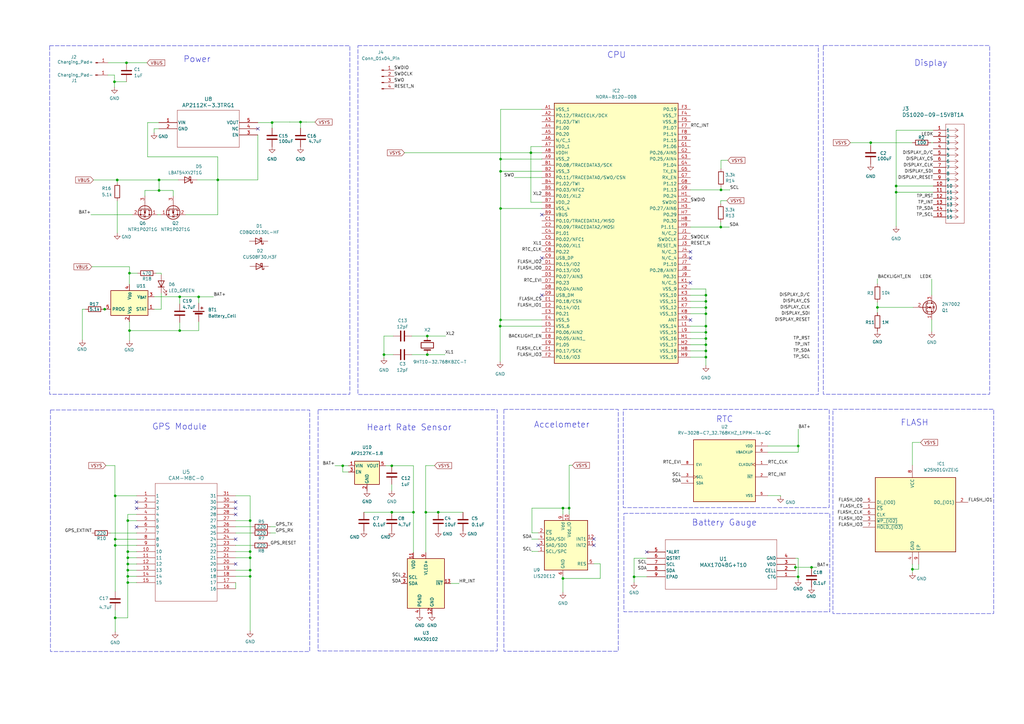
<source format=kicad_sch>
(kicad_sch (version 20230121) (generator eeschema)
  (paper "A3")
  (title_block (title "Smartwatch Schematic") (date "2023-10-28") (rev "v2"))
  (junction (at 47.2329 223.7031))
  (junction (at 367.5373 76.2908))
  (junction (at 102.584 236.3947))
  (junction (at 52.4175 228.777))
  (junction (at 157.4826 145.445))
  (junction (at 175.2626 137.825))
  (junction (at 102.584 226.2347))
  (junction (at 295.6278 93.1311))
  (junction (at 179.7412 210.0967))
  (junction (at 205.304 131.2311))
  (junction (at 42.921 126.8147))
  (junction (at 327.3917 182.9258))
  (junction (at 52.4175 238.9341))
  (junction (at 65.2339 78.1186))
  (junction (at 357.1165 58.507))
  (junction (at 52.4175 231.3298))
  (junction (at 359.87 126.0912))
  (junction (at 73.7031 121.7347))
  (junction (at 160.6912 210.0967))
  (junction (at 289.5231 121.0711))
  (junction (at 89.3323 73.7872))
  (junction (at 205.304 70.2711))
  (junction (at 289.5231 138.8511))
  (junction (at 47.2329 203.3753))
  (junction (at 289.5231 133.7711))
  (junction (at 289.5231 146.4711))
  (junction (at 47.2329 221.1637))
  (junction (at 332.8492 232.6946))
  (junction (at 205.304 85.5111))
  (junction (at 102.584 228.7747))
  (junction (at 73.7031 135.5924))
  (junction (at 175.2626 145.445))
  (junction (at 52.4175 236.3947))
  (junction (at 326.25 232.6946))
  (junction (at 289.5231 136.3111))
  (junction (at 367.5373 78.8308))
  (junction (at 51.8863 25.7527))
  (junction (at 169.5812 210.0967))
  (junction (at 123.2581 50.0511))
  (junction (at 52.4175 213.5296))
  (junction (at 53.1214 135.5924))
  (junction (at 205.1275 133.7711))
  (junction (at 160.6912 191.0467))
  (junction (at 230.8869 237.2545))
  (junction (at 102.584 233.8547))
  (junction (at 260.057 236.5837))
  (junction (at 81.4725 121.7625))
  (junction (at 65.2339 73.816))
  (junction (at 289.5231 123.6111))
  (junction (at 47.2329 253.4178))
  (junction (at 111.5921 50.2693))
  (junction (at 230.8835 208.3972))
  (junction (at 52.4175 226.251))
  (junction (at 374.2384 233.4676))
  (junction (at 233.4235 208.3972))
  (junction (at 289.5231 141.3911))
  (junction (at 289.5231 143.9311))
  (junction (at 327.3416 236.5691))
  (junction (at 140.5566 191.0416))
  (junction (at 102.584 213.5347))
  (junction (at 46.9533 33.5473))
  (junction (at 174.6612 210.0967))
  (junction (at 289.5231 126.1511))
  (junction (at 205.304 65.2455))
  (junction (at 295.7126 77.8911))
  (junction (at 53.1035 112.0283))
  (junction (at 52.4175 233.8547))
  (junction (at 289.5231 128.6911))
  (junction (at 217.7512 62.6511))
  (junction (at 48.0822 73.816))
  (no_connect (at 222.2427 121.0711))
  (no_connect (at 96.6494 208.4547))
  (no_connect (at 96.6494 210.9947))
  (no_connect (at 265.29 226.407))
  (no_connect (at 243.5835 221.0972))
  (no_connect (at 96.6494 231.3147))
  (no_connect (at 222.2427 88.0511))
  (no_connect (at 56.0094 205.9147))
  (no_connect (at 56.0094 216.0747))
  (no_connect (at 220.7235 223.6372))
  (no_connect (at 96.6494 205.9147))
  (no_connect (at 283.2027 103.2911))
  (no_connect (at 283.2027 105.8311))
  (no_connect (at 283.2027 115.9911))
  (no_connect (at 283.2027 131.2311))
  (no_connect (at 222.2427 105.8311))
  (no_connect (at 105.7626 52.8093))
  (no_connect (at 56.0094 208.4547))
  (no_connect (at 96.6494 221.1547))
  (no_connect (at 243.5835 223.6372))
  (wire (pts (xy 80.786 73.7872) (xy 89.3323 73.7872)))
  (wire (pts (xy 137.3717 191.0416) (xy 140.5566 191.0416)))
  (wire (pts (xy 53.1214 135.5924) (xy 73.7031 135.5924)))
  (wire (pts (xy 295.6278 82.3016) (xy 295.6278 83.4935)))
  (wire (pts (xy 96.6494 216.0708) (xy 96.6494 216.0747)))
  (wire (pts (xy 283.2027 118.5311) (xy 289.5231 118.5311)))
  (wire (pts (xy 53.1214 135.5924) (xy 53.1075 135.5924)))
  (wire (pts (xy 102.584 233.8547) (xy 102.584 228.7747)))
  (wire (pts (xy 56.0094 213.5296) (xy 56.0094 213.5347)))
  (wire (pts (xy 47.1448 203.3753) (xy 47.2329 203.3753)))
  (wire (pts (xy 47.2329 242.6185) (xy 47.2329 223.7031)))
  (wire (pts (xy 335.0235 232.6946) (xy 332.8492 232.6946)))
  (wire (pts (xy 110.9181 218.6) (xy 112.9931 218.6)))
  (wire (pts (xy 295.6278 93.1311) (xy 299.1879 93.1311)))
  (wire (pts (xy 73.166 73.7872) (xy 65.2339 73.7872)))
  (wire (pts (xy 376.7609 233.4676) (xy 374.2384 233.4676)))
  (wire (pts (xy 52.4175 226.251) (xy 56.0094 226.251)))
  (wire (pts (xy 283.2027 133.7711) (xy 289.5231 133.7711)))
  (wire (pts (xy 52.4175 233.8547) (xy 56.0094 233.8547)))
  (wire (pts (xy 168.9126 145.445) (xy 175.2626 145.445)))
  (wire (pts (xy 53.1035 109.4359) (xy 53.1035 112.0283)))
  (wire (pts (xy 182.3886 145.4417) (xy 182.3886 145.445)))
  (wire (pts (xy 289.5231 141.3911) (xy 289.5231 143.9311)))
  (wire (pts (xy 52.4175 231.3298) (xy 56.0094 231.3298)))
  (wire (pts (xy 174.5558 210.0967) (xy 174.6612 210.0967)))
  (wire (pts (xy 47.2329 221.1637) (xy 47.2329 203.3753)))
  (wire (pts (xy 96.6494 223.7097) (xy 96.6494 223.6947)))
  (wire (pts (xy 359.87 126.0912) (xy 374.5405 126.0912)))
  (wire (pts (xy 182.5156 145.4417) (xy 182.3886 145.4417)))
  (wire (pts (xy 289.5231 133.7711) (xy 289.5231 136.3111)))
  (wire (pts (xy 289.5231 128.6911) (xy 289.5231 133.7711)))
  (wire (pts (xy 59.4443 80.4148) (xy 59.4443 78.1186)))
  (wire (pts (xy 46.9533 30.784) (xy 46.9533 33.5473)))
  (wire (pts (xy 63.1977 52.8093) (xy 63.1977 54.4293)))
  (wire (pts (xy 165.9027 62.6638) (xy 165.9027 62.6511)))
  (wire (pts (xy 374.2384 234.8353) (xy 374.2384 233.4676)))
  (wire (pts (xy 65.2339 78.1186) (xy 71.0248 78.1186)))
  (wire (pts (xy 47.2329 253.4178) (xy 47.2329 259.1497)))
  (wire (pts (xy 89.3323 88.0341) (xy 89.3323 73.7872)))
  (wire (pts (xy 374.2209 181.4734) (xy 374.2209 190.7936)))
  (wire (pts (xy 222.2427 65.2455) (xy 222.2427 65.1911)))
  (wire (pts (xy 123.2581 50.0511) (xy 125.643 50.0511)))
  (wire (pts (xy 81.5009 135.5924) (xy 81.5009 131.9236)))
  (wire (pts (xy 218.1835 218.5572) (xy 218.1835 208.3972)))
  (wire (pts (xy 289.5231 146.4711) (xy 289.5231 149.8927)))
  (wire (pts (xy 179.7412 210.0967) (xy 189.9012 210.0967)))
  (wire (pts (xy 218.2068 226.1772) (xy 220.7235 226.1772)))
  (wire (pts (xy 165.9027 62.6511) (xy 217.7512 62.6511)))
  (wire (pts (xy 217.7512 62.6511) (xy 217.7512 82.9711)))
  (wire (pts (xy 233.4235 190.8528) (xy 234.7505 190.8528)))
  (wire (pts (xy 222.2427 82.9711) (xy 217.7512 82.9711)))
  (wire (pts (xy 64.5243 88.0341) (xy 64.5243 88.0348)))
  (wire (pts (xy 56.0094 223.7031) (xy 56.0094 223.6947)))
  (wire (pts (xy 230.8584 237.2545) (xy 230.8584 236.3372)))
  (wire (pts (xy 34.9993 126.8146) (xy 34.9993 126.8229)))
  (wire (pts (xy 233.4235 208.3972) (xy 233.4235 210.9372)))
  (wire (pts (xy 220.7235 218.5572) (xy 218.1835 218.5572)))
  (wire (pts (xy 246.1821 231.2572) (xy 246.1821 237.2545)))
  (wire (pts (xy 283.2027 121.0711) (xy 289.5231 121.0711)))
  (wire (pts (xy 381.8331 58.507) (xy 382.7773 58.507)))
  (wire (pts (xy 222.2427 131.2311) (xy 205.304 131.2311)))
  (wire (pts (xy 65.2339 73.7872) (xy 65.2339 73.816)))
  (wire (pts (xy 289.5231 146.4711) (xy 283.2027 146.4711)))
  (wire (pts (xy 289.5231 141.3911) (xy 283.2027 141.3911)))
  (wire (pts (xy 38.3193 73.816) (xy 48.0822 73.816)))
  (wire (pts (xy 43.3994 190.9379) (xy 47.1448 190.9379)))
  (wire (pts (xy 289.5231 143.9311) (xy 289.5231 146.4711)))
  (wire (pts (xy 46.9533 30.784) (xy 44.2327 30.784)))
  (wire (pts (xy 37.2799 88.0614) (xy 47.1441 88.0614)))
  (wire (pts (xy 289.5231 143.9311) (xy 283.2027 143.9311)))
  (wire (pts (xy 327.3416 236.5691) (xy 327.3416 237.7107)))
  (wire (pts (xy 73.7031 132.2761) (xy 73.7031 135.5924)))
  (wire (pts (xy 382.1492 131.1712) (xy 382.1605 131.1712)))
  (wire (pts (xy 48.0822 73.816) (xy 65.2339 73.816)))
  (wire (pts (xy 295.6278 93.1311) (xy 283.2027 93.1311)))
  (wire (pts (xy 53.1035 112.0283) (xy 56.4132 112.0283)))
  (wire (pts (xy 56.0094 203.3753) (xy 56.0094 203.3747)))
  (wire (pts (xy 326.25 232.6946) (xy 326.25 234.027)))
  (wire (pts (xy 289.5231 123.6111) (xy 289.5231 126.1511)))
  (wire (pts (xy 314.9205 185.4658) (xy 327.3917 185.4658)))
  (wire (pts (xy 283.2027 128.6911) (xy 289.5231 128.6911)))
  (wire (pts (xy 205.304 65.2455) (xy 222.2427 65.2455)))
  (wire (pts (xy 112.9931 218.6) (xy 112.9931 218.6102)))
  (wire (pts (xy 382.7773 78.8308) (xy 367.5373 78.8308)))
  (wire (pts (xy 66.104 112.0283) (xy 66.104 112.6371)))
  (wire (pts (xy 52.4175 231.3298) (xy 52.4175 233.8547)))
  (wire (pts (xy 205.1275 131.2311) (xy 205.1275 133.7711)))
  (wire (pts (xy 52.4175 228.777) (xy 52.4175 231.3298)))
  (wire (pts (xy 367.5373 78.8308) (xy 367.5373 92.8008)))
  (wire (pts (xy 357.1165 59.6359) (xy 357.0863 59.6359)))
  (wire (pts (xy 102.584 213.5347) (xy 102.584 203.3747)))
  (wire (pts (xy 48.0896 95.5828) (xy 48.0896 82.4035)))
  (wire (pts (xy 218.2068 226.1845) (xy 218.2068 226.1772)))
  (wire (pts (xy 222.2427 133.7711) (xy 205.1275 133.7711)))
  (wire (pts (xy 52.4175 238.9341) (xy 52.4175 253.4178)))
  (wire (pts (xy 327.3917 185.4658) (xy 327.3917 182.9258)))
  (wire (pts (xy 374.2384 231.4336) (xy 374.2209 231.4336)))
  (wire (pts (xy 332.8492 233.1259) (xy 332.843 233.1259)))
  (wire (pts (xy 52.4175 233.8547) (xy 52.4175 236.3947)))
  (wire (pts (xy 56.0094 221.1637) (xy 56.0094 221.1547)))
  (wire (pts (xy 123.2581 50.0511) (xy 123.2581 52.5695)))
  (wire (pts (xy 118.8289 50.0511) (xy 123.2581 50.0511)))
  (wire (pts (xy 218.0798 226.1845) (xy 218.2068 226.1845)))
  (wire (pts (xy 160.6912 201.2067) (xy 160.6912 198.6667)))
  (wire (pts (xy 233.4235 190.8528) (xy 233.4235 208.3972)))
  (wire (pts (xy 260.057 236.5837) (xy 265.29 236.5837)))
  (wire (pts (xy 314.9205 203.2458) (xy 320.1285 203.2458)))
  (wire (pts (xy 47.2329 223.7031) (xy 56.0094 223.7031)))
  (wire (pts (xy 332.8492 232.6946) (xy 332.8492 233.1259)))
  (wire (pts (xy 60.5215 64.3377) (xy 89.3323 64.3377)))
  (wire (pts (xy 205.304 131.2311) (xy 205.1275 131.2311)))
  (wire (pts (xy 52.4175 213.5296) (xy 52.4175 226.251)))
  (wire (pts (xy 51.8863 25.734) (xy 44.3195 25.734)))
  (wire (pts (xy 111.5921 50.0449) (xy 118.8289 50.0449)))
  (wire (pts (xy 53.081 112.0283) (xy 53.1035 112.0283)))
  (wire (pts (xy 295.6278 93.1311) (xy 295.6278 91.1135)))
  (wire (pts (xy 53.1075 131.8947) (xy 53.1075 135.5924)))
  (wire (pts (xy 289.5231 136.3111) (xy 283.2027 136.3111)))
  (wire (pts (xy 157.4826 145.445) (xy 157.4826 146.715)))
  (wire (pts (xy 51.8863 25.734) (xy 51.8863 25.7527)))
  (wire (pts (xy 327.3917 182.9258) (xy 314.9205 182.9258)))
  (wire (pts (xy 299.2304 77.8945) (xy 299.2304 77.8911)))
  (wire (pts (xy 230.8584 237.2545) (xy 230.8869 237.2545)))
  (wire (pts (xy 51.8863 25.7527) (xy 51.8863 25.9273)))
  (wire (pts (xy 140.5566 193.5867) (xy 140.5566 191.0416)))
  (wire (pts (xy 48.0822 73.816) (xy 48.0822 74.7835)))
  (wire (pts (xy 47.1448 190.9379) (xy 47.1448 203.3753)))
  (wire (pts (xy 56.0094 226.251) (xy 56.0094 226.2347)))
  (wire (pts (xy 102.584 236.3947) (xy 102.584 258.7639)))
  (wire (pts (xy 382.1492 135.9874) (xy 382.1492 131.1712)))
  (wire (pts (xy 367.5373 53.4308) (xy 367.5373 76.2908)))
  (wire (pts (xy 96.6494 238.9347) (xy 96.6494 241.4747)))
  (wire (pts (xy 102.584 236.3947) (xy 96.6494 236.3947)))
  (wire (pts (xy 169.5812 191.0467) (xy 160.6912 191.0467)))
  (wire (pts (xy 65.1226 50.2693) (xy 60.5215 50.2693)))
  (wire (pts (xy 123.2581 52.5695) (xy 123.2575 52.5695)))
  (wire (pts (xy 52.4175 226.251) (xy 52.4175 228.777)))
  (wire (pts (xy 81.4725 121.7625) (xy 81.4725 124.3036)))
  (wire (pts (xy 81.4725 121.7347) (xy 81.4725 121.7625)))
  (wire (pts (xy 289.5231 136.3111) (xy 289.5231 138.8511)))
  (wire (pts (xy 142.9112 191.0416) (xy 142.9112 191.0467)))
  (wire (pts (xy 289.5231 121.0711) (xy 289.5231 123.6111)))
  (wire (pts (xy 367.5373 53.4308) (xy 382.7773 53.4308)))
  (wire (pts (xy 96.6494 218.6147) (xy 103.2981 218.6147)))
  (wire (pts (xy 295.7126 77.8911) (xy 283.2027 77.8911)))
  (wire (pts (xy 65.1226 52.8093) (xy 63.1977 52.8093)))
  (wire (pts (xy 205.304 70.2711) (xy 222.2427 70.2711)))
  (wire (pts (xy 53.081 112.0283) (xy 53.081 116.6547)))
  (wire (pts (xy 359.87 123.9832) (xy 359.87 126.0912)))
  (wire (pts (xy 265.29 236.5837) (xy 265.29 236.567)))
  (wire (pts (xy 56.0094 228.777) (xy 56.0094 228.7747)))
  (wire (pts (xy 357.1165 58.507) (xy 374.2131 58.507)))
  (wire (pts (xy 222.2427 44.8711) (xy 205.304 44.8711)))
  (wire (pts (xy 188.2676 239.3067) (xy 184.8212 239.3067)))
  (wire (pts (xy 217.7512 62.6511) (xy 222.2427 62.6511)))
  (wire (pts (xy 53.081 131.8947) (xy 53.1075 131.8947)))
  (wire (pts (xy 102.584 226.2347) (xy 102.584 213.5347)))
  (wire (pts (xy 217.4718 72.8126) (xy 217.4718 72.8111)))
  (wire (pts (xy 111.5921 50.0449) (xy 111.5921 50.2693)))
  (wire (pts (xy 246.1821 237.2545) (xy 230.8869 237.2545)))
  (wire (pts (xy 52.4175 238.9341) (xy 56.0094 238.9341)))
  (wire (pts (xy 102.584 236.3947) (xy 102.584 233.8547)))
  (wire (pts (xy 289.5231 126.1511) (xy 289.5231 128.6911)))
  (wire (pts (xy 359.87 114.4542) (xy 359.9197 114.4542)))
  (wire (pts (xy 64.0332 112.0283) (xy 66.104 112.0283)))
  (wire (pts (xy 158.1512 191.0467) (xy 160.6912 191.0467)))
  (wire (pts (xy 217.4718 72.8126) (xy 210.9088 72.8126)))
  (wire (pts (xy 327.3416 228.947) (xy 327.3416 236.5691)))
  (wire (pts (xy 102.584 228.7747) (xy 96.6494 228.7747)))
  (wire (pts (xy 205.304 70.2711) (xy 205.304 85.5111)))
  (wire (pts (xy 103.2379 223.7097) (xy 96.6494 223.7097)))
  (wire (pts (xy 102.584 233.8547) (xy 96.6494 233.8547)))
  (wire (pts (xy 283.2027 126.1511) (xy 289.5231 126.1511)))
  (wire (pts (xy 33.7933 126.8229) (xy 33.7933 139.4182)))
  (wire (pts (xy 326.25 236.5691) (xy 327.3416 236.5691)))
  (wire (pts (xy 160.6912 210.0967) (xy 169.5812 210.0967)))
  (wire (pts (xy 111.5921 52.5308) (xy 111.5895 52.5308)))
  (wire (pts (xy 63.241 126.8147) (xy 66.104 126.8147)))
  (wire (pts (xy 299.3574 77.8945) (xy 299.2304 77.8945)))
  (wire (pts (xy 382.7773 58.507) (xy 382.7773 58.5108)))
  (wire (pts (xy 52.4175 228.777) (xy 56.0094 228.777)))
  (wire (pts (xy 105.7626 73.7872) (xy 89.3323 73.7872)))
  (wire (pts (xy 142.9112 193.5867) (xy 140.5566 193.5867)))
  (wire (pts (xy 359.87 126.0912) (xy 359.87 128.1991)))
  (wire (pts (xy 60.5215 50.2693) (xy 60.5215 64.3377)))
  (wire (pts (xy 63.241 121.7347) (xy 73.7031 121.7347)))
  (wire (pts (xy 37.6508 109.4359) (xy 53.1035 109.4359)))
  (wire (pts (xy 56.0094 238.9341) (xy 56.0094 238.9347)))
  (wire (pts (xy 76.1048 88.0341) (xy 89.3323 88.0341)))
  (wire (pts (xy 175.2626 137.825) (xy 182.8285 137.825)))
  (wire (pts (xy 157.4826 137.825) (xy 157.4826 145.445)))
  (wire (pts (xy 367.5373 76.2908) (xy 382.7773 76.2908)))
  (wire (pts (xy 102.584 203.3747) (xy 96.6494 203.3747)))
  (wire (pts (xy 265.29 228.947) (xy 260.057 228.947)))
  (wire (pts (xy 222.2427 85.5111) (xy 205.304 85.5111)))
  (wire (pts (xy 149.2612 210.0967) (xy 160.6912 210.0967)))
  (wire (pts (xy 66.104 126.8147) (xy 66.104 120.2571)))
  (wire (pts (xy 47.1441 88.0348) (xy 54.3643 88.0348)))
  (wire (pts (xy 327.3416 228.947) (xy 326.25 228.947)))
  (wire (pts (xy 52.4175 236.3947) (xy 52.4175 238.9341)))
  (wire (pts (xy 105.7626 55.3493) (xy 105.7626 73.7872)))
  (wire (pts (xy 52.4175 236.3947) (xy 56.0094 236.3947)))
  (wire (pts (xy 182.3886 145.445) (xy 175.2626 145.445)))
  (wire (pts (xy 217.4718 72.8111) (xy 222.2427 72.8111)))
  (wire (pts (xy 205.304 65.2455) (xy 205.304 70.2711)))
  (wire (pts (xy 359.87 116.3632) (xy 359.87 114.4542)))
  (wire (pts (xy 174.5558 190.9586) (xy 174.5558 210.0967)))
  (wire (pts (xy 357.1165 58.507) (xy 357.1165 59.6359)))
  (wire (pts (xy 111.5921 50.2693) (xy 111.5921 52.5308)))
  (wire (pts (xy 230.8869 237.2545) (xy 230.8869 242.8974)))
  (wire (pts (xy 71.0248 78.1186) (xy 71.0248 80.4141)))
  (wire (pts (xy 52.4175 213.5296) (xy 56.0094 213.5296)))
  (wire (pts (xy 382.1568 121.0112) (xy 382.1605 121.0112)))
  (wire (pts (xy 102.584 226.2347) (xy 96.6494 226.2347)))
  (wire (pts (xy 295.7126 65.7724) (xy 295.7126 69.1682)))
  (wire (pts (xy 217.7512 62.6511) (xy 217.7512 60.1111)))
  (wire (pts (xy 289.5231 138.8511) (xy 283.2027 138.8511)))
  (wire (pts (xy 174.5558 190.9586) (xy 178.2463 190.9586)))
  (wire (pts (xy 56.0094 218.6291) (xy 56.0094 218.6147)))
  (wire (pts (xy 47.2329 221.1637) (xy 56.0094 221.1637)))
  (wire (pts (xy 125.643 50.0511) (xy 125.643 50.0529)))
  (wire (pts (xy 103.3334 216.0708) (xy 96.6494 216.0708)))
  (wire (pts (xy 205.304 44.8711) (xy 205.304 65.2455)))
  (wire (pts (xy 47.2329 259.1497) (xy 47.2253 259.1497)))
  (wire (pts (xy 51.8863 25.7527) (xy 60.2973 25.7527)))
  (wire (pts (xy 47.2329 203.3753) (xy 56.0094 203.3753)))
  (wire (pts (xy 230.8835 208.3972) (xy 230.8835 210.9372)))
  (wire (pts (xy 118.8289 50.0511) (xy 118.8289 50.0449)))
  (wire (pts (xy 47.2329 253.4178) (xy 52.4175 253.4178)))
  (wire (pts (xy 260.057 228.947) (xy 260.057 236.5837)))
  (wire (pts (xy 289.5231 118.5311) (xy 289.5231 121.0711)))
  (wire (pts (xy 52.4175 210.9947) (xy 56.0094 210.9947)))
  (wire (pts (xy 87.5589 121.7625) (xy 81.4725 121.7625)))
  (wire (pts (xy 47.2329 250.2385) (xy 47.2329 253.4178)))
  (wire (pts (xy 65.2339 73.816) (xy 65.2339 78.1186)))
  (wire (pts (xy 45.3155 218.6291) (xy 56.0094 218.6291)))
  (wire (pts (xy 59.4443 78.1186) (xy 65.2339 78.1186)))
  (wire (pts (xy 73.7031 121.7347) (xy 73.7031 124.6561)))
  (wire (pts (xy 348.7832 58.507) (xy 357.1165 58.507)))
  (wire (pts (xy 217.7512 60.1111) (xy 222.2427 60.1111)))
  (wire (pts (xy 53.1214 139.6655) (xy 53.1214 135.5924)))
  (wire (pts (xy 112.9931 216.0708) (xy 112.9931 216.0702)))
  (wire (pts (xy 230.8835 208.3972) (xy 233.4235 208.3972)))
  (wire (pts (xy 46.9533 33.5473) (xy 46.9533 35.7535)))
  (wire (pts (xy 326.25 236.567) (xy 326.25 236.5691)))
  (wire (pts (xy 327.3917 176.0036) (xy 327.3917 182.9258)))
  (wire (pts (xy 298.1189 82.3016) (xy 295.6278 82.3016)))
  (wire (pts (xy 382.1568 114.4543) (xy 382.1568 121.0112)))
  (wire (pts (xy 374.2384 233.4676) (xy 374.2384 231.4336)))
  (wire (pts (xy 218.0798 221.1045) (xy 218.0798 221.0972)))
  (wire (pts (xy 73.7031 135.5924) (xy 81.5009 135.5924)))
  (wire (pts (xy 367.5373 76.2908) (xy 367.5373 78.8308)))
  (wire (pts (xy 56.0094 231.3298) (xy 56.0094 231.3147)))
  (wire (pts (xy 295.7126 77.8911) (xy 295.7126 76.7882)))
  (wire (pts (xy 218.0798 221.0972) (xy 220.7235 221.0972)))
  (wire (pts (xy 47.2329 221.1637) (xy 47.2329 223.7031)))
  (wire (pts (xy 65.9448 88.0341) (xy 64.5243 88.0341)))
  (wire (pts (xy 218.1835 208.3972) (xy 230.8835 208.3972)))
  (wire (pts (xy 89.3323 64.3377) (xy 89.3323 73.7872)))
  (wire (pts (xy 326.25 231.487) (xy 326.25 232.6946)))
  (wire (pts (xy 42.6193 126.8146) (xy 42.921 126.8146)))
  (wire (pts (xy 161.2926 145.445) (xy 157.4826 145.445)))
  (wire (pts (xy 47.1441 88.0614) (xy 47.1441 88.0348)))
  (wire (pts (xy 140.5566 191.0416) (xy 142.9112 191.0416)))
  (wire (pts (xy 298.5427 65.7724) (xy 295.7126 65.7724)))
  (wire (pts (xy 52.4175 213.5296) (xy 52.4175 210.9947)))
  (wire (pts (xy 81.4725 124.3036) (xy 81.5009 124.3036)))
  (wire (pts (xy 169.5812 210.0967) (xy 169.5812 226.6067)))
  (wire (pts (xy 73.7031 121.7347) (xy 81.4725 121.7347)))
  (wire (pts (xy 102.584 228.7747) (xy 102.584 226.2347)))
  (wire (pts (xy 51.8863 33.5473) (xy 46.9533 33.5473)))
  (wire (pts (xy 283.2027 123.6111) (xy 289.5231 123.6111)))
  (wire (pts (xy 169.5812 191.0467) (xy 169.5812 210.0967)))
  (wire (pts (xy 42.921 126.8146) (xy 42.921 126.8147)))
  (wire (pts (xy 102.584 213.5347) (xy 96.6494 213.5347)))
  (wire (pts (xy 205.304 85.5111) (xy 205.304 131.2311)))
  (wire (pts (xy 175.2626 137.825) (xy 168.9126 137.825)))
  (wire (pts (xy 174.6612 210.0967) (xy 179.7412 210.0967)))
  (wire (pts (xy 103.2981 218.6147) (xy 103.2981 218.6)))
  (wire (pts (xy 110.9534 216.0708) (xy 112.9931 216.0708)))
  (wire (pts (xy 161.2926 137.825) (xy 157.4826 137.825)))
  (wire (pts (xy 243.5835 231.2572) (xy 246.1821 231.2572)))
  (wire (pts (xy 188.2676 239.3408) (xy 188.2676 239.3067)))
  (wire (pts (xy 230.8584 236.3372) (xy 230.8835 236.3372)))
  (wire (pts (xy 48.0822 74.7835) (xy 48.0896 74.7835)))
  (wire (pts (xy 205.1275 133.7711) (xy 205.1275 148.3393)))
  (wire (pts (xy 174.6612 210.0967) (xy 174.6612 226.6067)))
  (wire (pts (xy 320.1285 203.2458) (xy 320.1285 203.575)))
  (wire (pts (xy 33.7933 126.8229) (xy 34.9993 126.8229)))
  (wire (pts (xy 289.5231 138.8511) (xy 289.5231 141.3911)))
  (wire (pts (xy 125.643 50.0529) (xy 129.1981 50.0529)))
  (wire (pts (xy 260.057 236.5837) (xy 260.057 238.8458)))
  (wire (pts (xy 376.7609 231.4336) (xy 376.7609 233.4676)))
  (wire (pts (xy 332.8492 232.6946) (xy 326.25 232.6946)))
  (wire (pts (xy 377.5673 181.4734) (xy 374.2209 181.4734)))
  (wire (pts (xy 105.7626 50.2693) (xy 111.5921 50.2693)))
  (wire (pts (xy 295.7126 77.8911) (xy 299.2304 77.8911)))
  (rectangle (start 337.693 18.6673) (end 405.892 161.671) (stroke (width 0) (type dash)))
  (rectangle (start 146.8121 18.6996) (end 335.661 161.798) (stroke (width 0) (type dash)))
  (rectangle (start 130.4478 168.0579) (end 203.9041 266.9953) (stroke (width 0) (type dash)))
  (rectangle (start 20.701 168.156) (end 127.0126 267.216) (stroke (width 0) (type dash)))
  (rectangle (start 206.6794 167.9202) (end 253.5424 267.081) (stroke (width 0) (type dash)))
  (rectangle (start 341.63 167.824) (end 407.543 251.644) (stroke (width 0) (type dash)))
  (rectangle (start 255.9006 210.566) (end 340.3556 250.952) (stroke (width 0) (type dash)))
  (rectangle (start 20.3424 18.7633) (end 143.51 161.671) (stroke (width 0) (type dash)))
  (rectangle (start 255.6181 167.9277) (end 340.0731 208.1867) (stroke (width 0) (type dash)))
  (text "CPU\n\n\n" (at 248.9781 32.1954 0) (effects (font (size 2.5 2.5)) (justify left bottom)))
  (text "RTC\n" (at 293.6501 173.5584 0) (effects (font (size 2.5 2.5)) (justify left bottom)))
  (text "Accelometer\n\n\n\n\n" (at 218.9479 191.8628 0) (effects (font (size 2.5 2.5)) (justify left bottom)))
  (text "Battery Gauge\n\n" (at 283.7386 219.9763 0) (effects (font (size 2.5 2.5)) (justify left bottom)))
  (text "Display\n\n" (at 374.9511 31.4665 0) (effects (font (size 2.5 2.5)) (justify left bottom)))
  (text "FLASH \n\n" (at 369.3493 178.9656 0) (effects (font (size 2.5 2.5)) (justify left bottom)))
  (text "Heart Rate Sensor\n\n\n\n\n" (at 150.3584 193.0155 0) (effects (font (size 2.5 2.5)) (justify left bottom)))
  (text "Power\n\n\n\n" (at 75.1922 37.9627 0) (effects (font (size 2.5 2.5)) (justify left bottom)))
  (text "GPS Module\n\n\n\n" (at 62.3744 188.6532 0) (effects (font (size 2.5 2.5)) (justify left bottom)))
  (label "SDA" (at 299.1879 93.1311 0))
  (label "RTC_EVI" (at 222.2427 115.9911 180))
  (label "BAT+" (at 335.0235 232.6946 0))
  (label "XL1" (at 182.5156 145.4417 0))
  (label "GPS_EXTINT" (at 37.6955 218.6291 180))
  (label "XL1" (at 222.2427 100.7511 180))
  (label "TP_SCL" (at 382.7773 88.9908 180))
  (label "FLASH_IO3" (at 222.2427 146.4711 180))
  (label "FLASH_IO2" (at 222.2427 108.3711 180))
  (label "XL2" (at 222.2427 80.4311 180))
  (label "SCL" (at 279.3605 195.6258 180))
  (label "BACKLIGHT_EN" (at 222.2427 138.8511 180))
  (label "BAT+" (at 87.5589 121.7625 0))
  (label "LEDK" (at 382.1568 114.4543 180))
  (label "TP_INT" (at 382.7773 83.9108 180))
  (label "TP_RST" (at 332.2332 139.6625 180))
  (label "SCL" (at 265.29 231.487 180))
  (label "SWO" (at 161.6473 33.8698 0))
  (label "FLASH_CS" (at 353.9009 208.5736 180))
  (label "TP_SDA" (at 382.7773 86.4508 180))
  (label "BACKLIGHT_EN" (at 359.9197 114.4542 0))
  (label "FLASH_IO2" (at 353.9009 213.6536 180))
  (label "TP_SDA" (at 332.2332 144.7425 180))
  (label "TP_INT" (at 332.2332 142.2025 180))
  (label "RTC_INT" (at 283.2027 52.4911 0))
  (label "GPS_RESET" (at 110.8579 223.7097 0))
  (label "DISPLAY_SDI" (at 382.7773 71.2108 180))
  (label "BAT+" (at 137.3717 191.0416 180))
  (label "SCL" (at 164.5012 236.7667 180))
  (label "RESET_N" (at 283.2027 100.7511 0))
  (label "SCL" (at 218.0798 226.1845 180))
  (label "FLASH_IO3" (at 353.9009 216.1936 180))
  (label "RTC_CLK" (at 222.2427 103.2911 180))
  (label "DISPLAY_RESET" (at 382.7773 73.7508 180))
  (label "FLASH_CLK" (at 353.9009 211.1136 180))
  (label "TP_SCL" (at 332.2332 147.2825 180))
  (label "DISPLAY_CLK" (at 332.2332 126.9625 180))
  (label "FLASH_IO0" (at 222.2427 110.9111 180))
  (label "DISPLAY_D{slash}C" (at 382.7773 63.5908 180))
  (label "RESET_N" (at 161.6473 36.4098 0))
  (label "RTC_CLK" (at 314.9205 190.5458 0))
  (label "DISPLAY_CS" (at 382.7773 66.1308 180))
  (label "SDA" (at 218.0798 221.1045 180))
  (label "FLASH_IO1" (at 222.2427 126.1511 180))
  (label "RTC_EVI" (at 279.3605 190.5458 180))
  (label "XL2" (at 182.8285 137.825 0))
  (label "LEDK" (at 382.7773 55.9708 180))
  (label "BAT+" (at 37.2799 88.0614 180))
  (label "FLASH_IO1" (at 397.0809 206.0336 0))
  (label "DISPLAY_RESET" (at 332.2332 132.0425 180))
  (label "TP_RST" (at 382.7773 81.3708 180))
  (label "SWDIO" (at 161.6473 28.7898 0))
  (label "BAT+" (at 327.3917 176.0036 0))
  (label "SDA" (at 265.29 234.027 180))
  (label "SDA" (at 279.3605 198.1658 180))
  (label "SWO" (at 210.9088 72.8126 180))
  (label "FLASH_CLK" (at 222.2427 143.9311 180))
  (label "SWDIO" (at 283.2027 82.9711 0))
  (label "HR_INT" (at 188.2676 239.3408 0))
  (label "SCL" (at 299.3574 77.8945 0))
  (label "DISPLAY_CLK" (at 382.7773 68.6708 180))
  (label "DISPLAY_CS" (at 332.2332 124.4225 180))
  (label "SWDCLK" (at 283.2027 98.2111 0))
  (label "FLASH_IO0" (at 353.9009 206.0336 180))
  (label "FLASH_CS" (at 222.2427 123.6111 180))
  (label "SDA" (at 164.5012 239.3067 180))
  (label "RTC_INT" (at 314.9205 195.6258 0))
  (label "GPS_RX" (at 112.9931 218.6102 0))
  (label "DISPLAY_SDI" (at 332.2332 129.5025 180))
  (label "GPS_TX" (at 112.9931 216.0702 0))
  (label "SWDCLK" (at 161.6473 31.3298 0))
  (label "DISPLAY_D{slash}C" (at 332.2332 121.8825 180))
  (global_label "VSYS" (shape input) (at 129.1981 50.0529 0) (property "Intersheetrefs" "${INTERSHEET_REFS}" (effects hide)))
  (global_label "VSYS" (shape input) (at 165.9027 62.6638 180) (property "Intersheetrefs" "${INTERSHEET_REFS}" (effects hide)))
  (global_label "VSYS" (shape input) (at 43.3994 190.9379 180) (property "Intersheetrefs" "${INTERSHEET_REFS}" (effects hide)))
  (global_label "VBUS" (shape input) (at 37.6508 109.4359 180) (property "Intersheetrefs" "${INTERSHEET_REFS}" (effects hide)))
  (global_label "VSYS" (shape input) (at 348.7832 58.507 180) (property "Intersheetrefs" "${INTERSHEET_REFS}" (effects hide)))
  (global_label "VBUS" (shape input) (at 60.2973 25.7527 0) (property "Intersheetrefs" "${INTERSHEET_REFS}" (effects hide)))
  (global_label "VSYS" (shape input) (at 298.1189 82.3016 0) (property "Intersheetrefs" "${INTERSHEET_REFS}" (effects hide)))
  (global_label "VBUS" (shape input) (at 38.3193 73.816 180) (property "Intersheetrefs" "${INTERSHEET_REFS}" (effects hide)))
  (global_label "VSYS" (shape input) (at 377.5673 181.4734 0) (property "Intersheetrefs" "${INTERSHEET_REFS}" (effects hide)))
  (global_label "VSYS" (shape input) (at 178.2463 190.9586 0) (property "Intersheetrefs" "${INTERSHEET_REFS}" (effects hide)))
  (global_label "VSYS" (shape input) (at 234.7505 190.8528 0) (property "Intersheetrefs" "${INTERSHEET_REFS}" (effects hide)))
  (global_label "VSYS" (shape input) (at 298.5427 65.7724 0) (property "Intersheetrefs" "${INTERSHEET_REFS}" (effects hide)))
  (symbol (lib_id "Device:R") (at 107.1081 218.6 90) (unit 1)
    (property "Reference" "R7" (at 107.2114 220.817 90))
    (property "Value" "220" (at 107.2114 218.6605 90))
    (property "Footprint" "Resistor_SMD:R_0402_1005Metric" (effects hide))
  )
  (symbol (lib_id "Device:C") (at 165.1026 145.445 90) (unit 1)
    (property "Reference" "C3" (at 165.1026 149.255 90))
    (property "Value" "12pF" (at 165.1026 151.795 90))
    (property "Footprint" "Capacitor_SMD:C_0402_1005Metric" (effects hide))
  )
  (symbol (lib_id "Device:C") (at 332.843 236.9359 0) (unit 1)
    (property "Reference" "C18" (at 333.4589 234.7709 0) (effects (justify left)))
    (property "Value" "0.1uF" (at 333.4802 239.18 0) (effects (justify left)))
    (property "Footprint" "Capacitor_SMD:C_0402_1005Metric" (effects hide))
  )
  (symbol (lib_id "Device:R") (at 38.8093 126.8146 90) (unit 1)
    (property "Reference" "R17" (at 38.5657 124.7697 90))
    (property "Value" "5.1k" (at 38.7874 126.8455 90))
    (property "Footprint" "Resistor_SMD:R_0402_1005Metric" (effects hide))
  )
  (symbol (lib_id "power:GND") (at 102.584 258.7639 0) (unit 1)
    (property "Reference" "#PWR03" (effects hide))
    (property "Value" "GND" (at 102.584 263.168 0))
  )
  (symbol (lib_id "power:GND") (at 149.2612 217.7167 0) (unit 1)
    (property "Reference" "#PWR033" (effects hide))
    (property "Value" "GND" (at 145.4512 220.2567 0))
  )
  (symbol (lib_id "power:GND") (at 189.9012 217.7167 0) (unit 1)
    (property "Reference" "#PWR024" (effects hide))
    (property "Value" "GND" (at 193.7112 218.9867 0))
  )
  (symbol (lib_id "power:GND") (at 260.057 238.8458 0) (unit 1)
    (property "Reference" "#PWR09" (effects hide))
    (property "Value" "GND" (at 260.057 243.0762 0))
  )
  (symbol (lib_id "Device:D_Schottky") (at 106.0578 98.8952 180) (unit 1)
    (property "Reference" "D1" (at 106.3753 92.71 0))
    (property "Value" "CDBQC0130L-HF" (at 106.3753 95.25 0))
    (property "Footprint" "Diode_SMD:D_SOD-923" (effects hide))
  )
  (symbol (lib_id "power:GND") (at 205.1275 148.3393 0) (unit 1)
    (property "Reference" "#PWR07" (effects hide))
    (property "Value" "GND" (at 205.1275 153.3866 0))
  )
  (symbol (lib_id "power:GND") (at 357.0863 67.2559 0) (unit 1)
    (property "Reference" "#PWR02" (effects hide))
    (property "Value" "GND" (at 357.0863 72.3359 0))
  )
  (symbol (lib_id "Device:C") (at 357.0863 63.4459 0) (mirror y) (unit 1)
    (property "Reference" "C2" (at 363.6371 62.8385 0) (effects (justify left)))
    (property "Value" "100uF" (at 365.8514 65.0452 0) (effects (justify left)))
    (property "Footprint" "Capacitor_SMD:C_0402_1005Metric" (effects hide))
  )
  (symbol (lib_id "power:GND") (at 33.7933 139.4182 0) (unit 1)
    (property "Reference" "#PWR038" (effects hide))
    (property "Value" "GND" (at 33.64 143.2527 0))
  )
  (symbol (lib_id "power:GND") (at 179.7412 217.7167 0) (unit 1)
    (property "Reference" "#PWR023" (effects hide))
    (property "Value" "GND" (at 183.5512 218.9867 0))
  )
  (symbol (lib_id "Battery_Management:MCP73831-2-OT") (at 53.081 124.2747 0) (unit 1)
    (property "Reference" "U11" (at 55.8626 117.264 0) (effects (justify left)))
    (property "Value" "MCP73831-2-OT" (effects hide))
    (property "Footprint" "Package_TO_SOT_SMD:SOT-23-5" (effects hide))
    (property "Datasheet" "http://ww1.microchip.com/downloads/en/DeviceDoc/20001984g.pdf" (effects hide))
    (property "MPN" "MCP73831-2-OT" (effects hide))
  )
  (symbol (lib_id "Device:C") (at 165.1026 137.825 90) (unit 1)
    (property "Reference" "C13" (at 165.1026 131.475 90))
    (property "Value" "12pF" (at 165.1026 134.015 90))
    (property "Footprint" "Capacitor_SMD:C_0402_1005Metric" (effects hide))
  )
  (symbol (lib_id "Device:D_Schottky") (at 76.976 73.7872 180) (unit 1)
    (property "Reference" "D5" (at 82.8944 68.2853 0) (effects (justify left)))
    (property "Value" "LBAT54XV2T1G" (at 82.8944 70.8253 0) (effects (justify left)))
    (property "Footprint" "Diode_SMD:D_SOD-523" (effects hide))
  )
  (symbol (lib_id "Device:C") (at 47.2329 246.4285 0) (unit 1)
    (property "Reference" "C17" (at 40.601 245.4189 0) (effects (justify left)))
    (property "Value" "4.7uF" (at 40.5594 249.1153 0) (effects (justify left)))
    (property "Footprint" "Capacitor_SMD:C_0402_1005Metric" (effects hide))
  )
  (symbol (lib_id "power:GND") (at 289.5231 149.8927 0) (unit 1)
    (property "Reference" "#PWR06" (effects hide))
    (property "Value" "GND" (at 289.5231 154.94 0))
  )
  (symbol (lib_id "Device:R") (at 295.6278 87.3035 180) (unit 1)
    (property "Reference" "R13" (at 299.3885 88.4626 0))
    (property "Value" "3.3k" (at 299.4378 86.0335 0))
    (property "Footprint" "Resistor_SMD:R_0603_1608Metric" (effects hide))
    (property "MPN" "NRF52840-QIAA-R" (effects hide))
  )
  (symbol (lib_id "RV-3028-C7_32.768KHZ_1PPM-TA-QC:RV-3028-C7_32.768KHZ_1PPM-TA-QC") (at 297.1405 193.0858 0) (unit 1)
    (property "Reference" "U2" (at 297.1405 175.0397 0))
    (property "Value" "RV-3028-C7_32.768KHZ_1PPM-TA-QC" (at 297.1405 177.5797 0))
    (property "Footprint" "RV_3028_C7_32_768KHZ_1PPM_TA_QC:IC_RV-3028-C7_32.768KHZ_1PPM-TA-QC" (effects hide))
    (property "PARTREV" "1.3" (effects hide))
    (property "STANDARD" "Manufacturer Recommendations" (effects hide))
    (property "MAXIMUM_PACKAGE_HEIGHT" "0.8mm" (effects hide))
    (property "MANUFACTURER" "Micro Crystal" (effects hide))
  )
  (symbol (lib_id "power:GND") (at 160.6912 201.2067 0) (unit 1)
    (property "Reference" "#PWR021" (effects hide))
    (property "Value" "GND" (at 160.6912 205.7201 0))
  )
  (symbol (lib_id "power:GND") (at 160.6912 217.7167 0) (unit 1)
    (property "Reference" "#PWR034" (effects hide))
    (property "Value" "GND" (at 158.1512 220.2567 0))
  )
  (symbol (lib_id "power:GND") (at 123.2575 60.1895 0) (unit 1)
    (property "Reference" "#PWR035" (effects hide))
    (property "Value" "GND" (at 123.2575 65.2695 0))
  )
  (symbol (lib_id "power:GND") (at 327.3416 237.7107 0) (unit 1)
    (property "Reference" "#PWR010" (effects hide))
    (property "Value" "GND" (at 327.2866 241.4796 0))
  )
  (symbol (lib_id "Connector:Conn_01x04_Pin") (at 156.5673 31.3298 0) (unit 1)
    (property "Reference" "J4" (at 156.1803 21.4449 0))
    (property "Value" "Conn_01x04_Pin" (at 156.1803 23.9849 0))
    (property "Footprint" "Connector_PinHeader_2.54mm:PinHeader_1x04_P2.54mm_Vertical" (effects hide))
  )
  (symbol (lib_id "power:GND") (at 47.2253 259.1497 0) (unit 1)
    (property "Reference" "#PWR04" (effects hide))
    (property "Value" "GND" (at 47.2253 263.5538 0))
  )
  (symbol (lib_id "Device:R") (at 359.87 120.1732 180) (unit 1)
    (property "Reference" "R3" (at 356.9534 120.2375 0))
    (property "Value" "10k" (at 363.3472 120.1015 0))
    (property "Footprint" "Resistor_SMD:R_0603_1608Metric" (effects hide))
  )
  (symbol (lib_id "Device:Crystal") (at 175.2626 141.635 90) (unit 1)
    (property "Reference" "X2" (at 173.9926 135.285 90) (effects (justify right)))
    (property "Value" "9HT10-32.768KBZC-T" (at 169.4185 148.4192 90) (effects (justify right)))
    (property "Footprint" "Crystal:Crystal_SMD_3215-2Pin_3.2x1.5mm" (effects hide))
  )
  (symbol (lib_id "AP2112K-3-3TRG1:AP2112K-3.3TRG1") (at 65.1226 50.2693 0) (unit 1)
    (property "Reference" "U8" (at 85.4426 40.6365 0) (effects (font (size 1.524 1.524))))
    (property "Value" "AP2112K-3.3TRG1" (at 85.4426 43.1765 0) (effects (font (size 1.524 1.524))))
    (property "Footprint" "AP2112K-3-3TRG1:SOT_RG1_DIO" (effects hide))
    (property "Datasheet" "AP2112K-3.3TRG1" (effects hide))
    (property "MPN" "AP2112K-3.3TRG1" (effects hide))
  )
  (symbol (lib_id "power:GND") (at 332.843 240.7459 0) (unit 1)
    (property "Reference" "#PWR036" (effects hide))
    (property "Value" "GND" (at 332.6897 244.5804 0))
  )
  (symbol (lib_id "Connector:Conn_01x01_Pin") (at 39.1527 30.784 0) (unit 1)
    (property "Reference" "J1" (at 30.4844 33.0392 0))
    (property "Value" "Charging_Pad-" (at 30.9037 30.7515 0))
    (property "Footprint" "power_pad:power_pad_4mm" (effects hide))
  )
  (symbol (lib_id "Device:R") (at 107.1434 216.0708 90) (unit 1)
    (property "Reference" "R5" (at 107.1912 213.9646 90))
    (property "Value" "220" (at 107.2517 216.0606 90))
    (property "Footprint" "Resistor_SMD:R_0402_1005Metric" (effects hide))
  )
  (symbol (lib_id "CAM-M8C:CAM-M8C-0") (at 56.0094 203.3747 0) (unit 1)
    (property "Reference" "U5" (at 76.3294 193.5774 0) (effects (font (size 1.524 1.524))))
    (property "Value" "CAM-M8C-0" (at 76.3294 196.1174 0) (effects (font (size 1.524 1.524))))
    (property "Footprint" "QFN_M8C-0_UBL" (effects hide))
    (property "Datasheet" "CAM-M8C-0" (effects hide))
  )
  (symbol (lib_id "Device:Battery_Cell") (at 81.5009 129.3836 0) (unit 1)
    (property "Reference" "BT1" (at 85.3448 127.0415 0) (effects (justify left)))
    (property "Value" "Battery_Cell" (at 85.3448 129.5815 0) (effects (justify left)))
    (property "Footprint" "Capacitor_SMD:C_1812_4532Metric" (effects hide))
  )
  (symbol (lib_id "Sensor:MAX30102") (at 174.6612 239.3067 0) (unit 1)
    (property "Reference" "U3" (at 174.6612 259.6267 0))
    (property "Value" "MAX30102" (at 174.6612 262.1667 0))
    (property "Footprint" "OptoDevice:Maxim_OLGA-14_3.3x5.6mm_P0.8mm" (effects hide))
    (property "Datasheet" "https://datasheets.maximintegrated.com/en/ds/MAX30102.pdf" (effects hide))
  )
  (symbol (lib_id "power:GND") (at 48.0896 95.5828 0) (unit 1)
    (property "Reference" "#PWR030" (effects hide))
    (property "Value" "GND" (at 51.8395 97.1333 0))
  )
  (symbol (lib_id "Device:R") (at 359.87 132.0091 180) (unit 1)
    (property "Reference" "R11" (at 356.8173 132.209 0))
    (property "Value" "1M" (at 363.1432 132.209 0))
    (property "Footprint" "Resistor_SMD:R_0603_1608Metric" (effects hide))
  )
  (symbol (lib_id "Device:C") (at 149.2612 213.9067 0) (unit 1)
    (property "Reference" "C7" (at 152.8474 212.6367 0) (effects (justify left)))
    (property "Value" "0.1uF" (at 152.8474 215.1767 0) (effects (justify left)))
    (property "Footprint" "Capacitor_SMD:C_0402_1005Metric" (effects hide))
  )
  (symbol (lib_id "power:GND") (at 320.1285 203.575 0) (unit 1)
    (property "Reference" "#PWR05" (effects hide))
    (property "Value" "GND" (at 324.1954 206.0487 0))
  )
  (symbol (lib_id "power:GND") (at 150.5312 201.2067 0) (unit 1)
    (property "Reference" "#PWR022" (effects hide))
    (property "Value" "GND" (at 150.5312 205.7201 0))
  )
  (symbol (lib_id "Device:C") (at 160.6912 213.9067 0) (unit 1)
    (property "Reference" "C8" (at 163.2312 212.6367 0) (effects (justify left)))
    (property "Value" "4.7uF" (at 163.2312 215.1767 0) (effects (justify left)))
    (property "Footprint" "Capacitor_SMD:C_0402_1005Metric" (effects hide))
  )
  (symbol (lib_id "Device:Q_NMOS_SGD") (at 379.6205 126.0912 0) (unit 1)
    (property "Reference" "Q1" (at 386.2699 127.3008 0) (effects (justify left)))
    (property "Value" "2N7002" (at 386.2699 124.7608 0) (effects (justify left)))
    (property "Footprint" "Package_TO_SOT_SMD:SOT-23-3" (effects hide))
  )
  (symbol (lib_id "Device:C") (at 111.5895 56.3408 0) (mirror y) (unit 1)
    (property "Reference" "C15" (at 118.1403 55.7334 0) (effects (justify left)))
    (property "Value" "100uF" (at 120.3546 57.9401 0) (effects (justify left)))
    (property "Footprint" "Capacitor_SMD:C_0402_1005Metric" (effects hide))
  )
  (symbol (lib_id "Device:R") (at 48.0896 78.5935 0) (unit 1)
    (property "Reference" "R16" (at 41.7252 77.283 0) (effects (justify left)))
    (property "Value" "5.1k" (at 41.7252 79.823 0) (effects (justify left)))
    (property "Footprint" "Resistor_SMD:R_0603_1608Metric" (effects hide))
  )
  (symbol (lib_id "Device:C") (at 179.7412 213.9067 0) (unit 1)
    (property "Reference" "C4" (at 182.2812 212.6367 0) (effects (justify left)))
    (property "Value" "10uF" (at 182.2812 215.1767 0) (effects (justify left)))
    (property "Footprint" "Capacitor_SMD:C_0402_1005Metric" (effects hide))
  )
  (symbol (lib_id "power:GND") (at 359.87 135.8191 0) (unit 1)
    (property "Reference" "#PWR037" (effects hide))
    (property "Value" "GND" (at 359.87 140.2232 0))
  )
  (symbol (lib_id "W25N01GVZEIG_TR:W25N01GVZEIG_TR") (at 353.9009 206.0336 0) (unit 1)
    (property "Reference" "IC1" (at 385.9613 190.2044 0))
    (property "Value" "W25N01GVZEIG" (at 385.9613 192.7444 0))
    (property "Footprint" "SON127P800X600X80-9N-D" (effects hide))
    (property "Datasheet" "https://www.winbond.com/resource-files/w25n01gv revg 032116.pdf" (effects hide))
    (property "Height" "0.8" (effects hide))
    (property "Mouser Part Number" "454-W25N01GVZEIGTR" (effects hide))
    (property "Mouser Price/Stock" "https://www.mouser.co.uk/ProductDetail/Winbond/W25N01GVZEIG-TR?qs=qSfuJ%252Bfl%2Fd6niBi0Qz1MPg%3D%3D" (effects hide))
    (property "Manufacturer_Name" "Winbond" (effects hide))
    (property "Manufacturer_Part_Number" "W25N01GVZEIG TR" (effects hide))
  )
  (symbol (lib_id "Sensor_Motion:LIS2DE12") (at 230.8835 223.6372 0) (unit 1)
    (property "Reference" "U9" (at 218.7211 233.7828 0) (effects (justify left)))
    (property "Value" "LIS2DE12" (at 218.7211 236.3228 0) (effects (justify left)))
    (property "Footprint" "Package_LGA:LGA-12_2x2mm_P0.5mm" (effects hide))
    (property "Datasheet" "https://www.st.com/resource/en/datasheet/lis2DE12.pdf" (effects hide))
    (property "MPN" "LIS2DE12" (effects hide))
  )
  (symbol (lib_id "Device:Q_PMOS_DSG") (at 71.0248 85.4941 90) (mirror x) (unit 1)
    (property "Reference" "Q2" (at 71.9717 91.5652 90))
    (property "Value" "NTR1P02T1G" (at 71.9717 94.1052 90))
    (property "Footprint" "Package_TO_SOT_SMD:SOT-23" (effects hide))
  )
  (symbol (lib_id "Device:C") (at 73.7031 128.4661 0) (unit 1)
    (property "Reference" "C19" (at 74.8355 123.4347 0) (effects (justify left)))
    (property "Value" "4.7uF" (at 74.8355 125.9747 0) (effects (justify left)))
    (property "Footprint" "Capacitor_SMD:C_0402_1005Metric" (effects hide))
  )
  (symbol (lib_id "Device:R") (at 107.0479 223.7097 90) (unit 1)
    (property "Reference" "R8" (at 107.1512 225.9267 90))
    (property "Value" "220" (at 107.1512 223.7702 90))
    (property "Footprint" "Resistor_SMD:R_0402_1005Metric" (effects hide))
  )
  (symbol (lib_id "power:GND") (at 374.2384 234.8353 0) (unit 1)
    (property "Reference" "#PWR013" (effects hide))
    (property "Value" "GND" (at 377.9741 237.346 0))
  )
  (symbol (lib_id "Device:R") (at 41.5055 218.6291 90) (unit 1)
    (property "Reference" "R10" (at 41.6088 220.8461 90))
    (property "Value" "220" (at 41.6088 218.6896 90))
    (property "Footprint" "Resistor_SMD:R_0402_1005Metric" (effects hide))
  )
  (symbol (lib_id "MOLEX_5022441530:5022441530") (at 382.7773 53.4308 0) (unit 1)
    (property "Reference" "J3" (at 369.9681 44.5764 0) (effects (font (size 1.524 1.524)) (justify left)))
    (property "Value" "DS1020-09-15VBT1A" (at 369.9681 47.1164 0) (effects (font (size 1.524 1.524)) (justify left)))
    (property "Footprint" "DISPLAY_CONNECTOR:FPC-SMD_P0.50-15P_LSXJ-H2.0-15P" (effects hide))
    (property "Datasheet" "5022441530" (effects hide))
  )
  (symbol (lib_id "Device:LED") (at 66.104 116.4471 90) (unit 1)
    (property "Reference" "D6" (at 69.1248 116.6551 90) (effects (justify right)))
    (property "Value" "LED_GREEN" (at 69.1248 119.1951 90) (effects (justify right)))
    (property "Footprint" "LED_SMD:LED_0402_1005Metric" (effects hide))
  )
  (symbol (lib_id "power:GND") (at 63.1977 54.4293 0) (unit 1)
    (property "Reference" "#PWR031" (effects hide))
    (property "Value" "GND" (at 66.9476 55.9798 0))
  )
  (symbol (lib_id "Device:R") (at 378.0231 58.507 90) (unit 1)
    (property "Reference" "R2" (at 377.9256 56.4349 90))
    (property "Value" "100" (at 378.014 58.4904 90))
    (property "Footprint" "Resistor_SMD:R_0603_1608Metric" (effects hide))
  )
  (symbol (lib_id "Device:C") (at 123.2575 56.3795 0) (mirror y) (unit 1)
    (property "Reference" "C16" (at 129.8083 55.7721 0) (effects (justify left)))
    (property "Value" "4.7uF" (at 132.0226 57.9788 0) (effects (justify left)))
    (property "Footprint" "Capacitor_Tantalum_SMD:CP_EIA-2012-12_Kemet-R" (effects hide))
  )
  (symbol (lib_id "Device:C") (at 160.6912 194.8567 0) (unit 1)
    (property "Reference" "C12" (at 164.5012 196.1267 0) (effects (justify left)))
    (property "Value" "1uF" (at 164.5012 198.6667 0) (effects (justify left)))
    (property "Footprint" "Capacitor_SMD:C_0402_1005Metric" (effects hide))
  )
  (symbol (lib_id "Regulator_Linear:AP2127K-1.8") (at 150.5312 193.5867 0) (unit 1)
    (property "Reference" "U10" (at 150.5312 183.4267 0))
    (property "Value" "AP2127K-1.8" (at 150.5312 185.9667 0))
    (property "Footprint" "Package_TO_SOT_SMD:SOT-23-5" (effects hide))
    (property "Datasheet" "https://www.diodes.com/assets/Datasheets/AP2127.pdf" (effects hide))
  )
  (symbol (lib_id "power:GND") (at 157.4826 146.715 0) (unit 1)
    (property "Reference" "#PWR017" (effects hide))
    (property "Value" "GND" (at 157.4826 151.795 0))
  )
  (symbol (lib_id "MAX17048G_T10:MAX17048G+T10") (at 326.25 236.567 180) (unit 1)
    (property "Reference" "U1" (at 296.629 229.2218 0) (effects (font (size 1.524 1.524))))
    (property "Value" "MAX17048G+T10" (at 296.629 231.7618 0) (effects (font (size 1.524 1.524))))
    (property "Footprint" "21-0168E_T822-3_MXM" (effects hide))
    (property "Datasheet" "MAX17048G+T10" (effects hide))
  )
  (symbol (lib_id "power:GND") (at 111.5895 60.1508 0) (unit 1)
    (property "Reference" "#PWR032" (effects hide))
    (property "Value" "GND" (at 111.5895 65.2308 0))
  )
  (symbol (lib_id "power:GND") (at 367.5373 92.8008 0) (unit 1)
    (property "Reference" "#PWR025" (effects hide))
    (property "Value" "GND" (at 367.5373 97.8808 0))
  )
  (symbol (lib_id "Device:D_Schottky") (at 106.2996 109.2645 180) (unit 1)
    (property "Reference" "D2" (at 106.6171 102.8941 0))
    (property "Value" "CUS08F30,H3F" (at 106.6171 105.4341 0))
    (property "Footprint" "Diode_SMD:D_SOD-323" (effects hide))
  )
  (symbol (lib_id "Device:C") (at 51.8863 29.7373 0) (unit 1)
    (property "Reference" "C1" (at 54.9172 28.4673 0) (effects (justify left)))
    (property "Value" "1uF" (at 54.9172 31.0073 0) (effects (justify left)))
    (property "Footprint" "Capacitor_SMD:C_0402_1005Metric" (effects hide))
  )
  (symbol (lib_id "Device:Q_PMOS_DSG") (at 59.4443 85.4948 270) (unit 1)
    (property "Reference" "Q6" (at 58.4974 91.5659 90))
    (property "Value" "NTR1P02T1G" (at 58.4974 94.1059 90))
    (property "Footprint" "Package_TO_SOT_SMD:SOT-23" (effects hide))
  )
  (symbol (lib_id "Device:C") (at 189.9012 213.9067 0) (unit 1)
    (property "Reference" "C5" (at 193.3269 212.6367 0) (effects (justify left)))
    (property "Value" "0.1uF" (at 193.3269 215.1767 0) (effects (justify left)))
    (property "Footprint" "Capacitor_SMD:C_0402_1005Metric" (effects hide))
  )
  (symbol (lib_id "power:GND") (at 172.1212 252.0067 0) (unit 1)
    (property "Reference" "#PWR028" (effects hide))
    (property "Value" "GND" (at 172.1212 256.5201 0))
  )
  (symbol (lib_id "Connector:Conn_01x01_Pin") (at 39.2395 25.734 0) (unit 1)
    (property "Reference" "J2" (at 30.2712 23.3998 0))
    (property "Value" "Charging_Pad+" (at 30.8823 25.4403 0))
    (property "Footprint" "power_pad:power_pad_4mm" (effects hide))
  )
  (symbol (lib_id "power:GND") (at 230.8869 242.8974 0) (unit 1)
    (property "Reference" "#PWR029" (effects hide))
    (property "Value" "GND" (at 230.8869 247.4108 0))
  )
  (symbol (lib_id "power:GND") (at 382.1492 135.9874 0) (unit 1)
    (property "Reference" "#PWR026" (effects hide))
    (property "Value" "GND" (at 382.1492 140.3915 0))
  )
  (symbol (lib_id "NORA-B120-00B:NORA-B120-00B") (at 222.2427 44.8711 0) (unit 1)
    (property "Reference" "IC2" (at 252.7227 37.2104 0))
    (property "Value" "NORA-B120-00B" (at 252.7227 39.7504 0))
    (property "Footprint" "NORAB12000B" (effects hide))
    (property "Datasheet" "https://content.u-blox.com/sites/default/files/NORA-B1_DataSheet_UBX-20027119.pdf" (effects hide))
    (property "Height" "1.9" (effects hide))
    (property "Mouser Part Number" "377-NORA-B120-00B" (effects hide))
    (property "Mouser Price/Stock" "https://www.mouser.co.uk/ProductDetail/u-blox/NORA-B120-00B?qs=MyNHzdoqoQI3W2CRYPxUVQ%3D%3D" (effects hide))
    (property "Manufacturer_Name" "U-Blox" (effects hide))
    (property "Manufacturer_Part_Number" "NORA-B120-00B" (effects hide))
  )
  (symbol (lib_id "Device:R") (at 60.2232 112.0283 90) (unit 1)
    (property "Reference" "R18" (at 60.2685 114.341 90))
    (property "Value" "470" (at 60.2232 112.119 90))
    (property "Footprint" "Resistor_SMD:R_0402_1005Metric" (effects hide))
  )
  (symbol (lib_id "Device:R") (at 295.7126 72.9782 180) (unit 1)
    (property "Reference" "R14" (at 299.4733 74.1373 0))
    (property "Value" "3.3k" (at 299.5226 71.7082 0))
    (property "Footprint" "Resistor_SMD:R_0603_1608Metric" (effects hide))
    (property "MPN" "NRF52840-QIAA-R" (effects hide))
  )
  (symbol (lib_id "power:GND") (at 53.1214 139.6655 0) (unit 1)
    (property "Reference" "#PWR039" (effects hide))
    (property "Value" "GND" (at 52.9681 143.5 0))
  )
  (symbol (lib_id "power:GND") (at 177.2012 252.0067 0) (unit 1)
    (property "Reference" "#PWR027" (effects hide))
    (property "Value" "GND" (at 177.2012 256.5201 0))
  )
  (symbol (lib_id "power:GND") (at 46.9533 35.7535 0) (unit 1)
    (property "Reference" "#PWR01" (effects hide))
    (property "Value" "GND" (at 46.9533 40.3335 0))
  )
)
</source>
